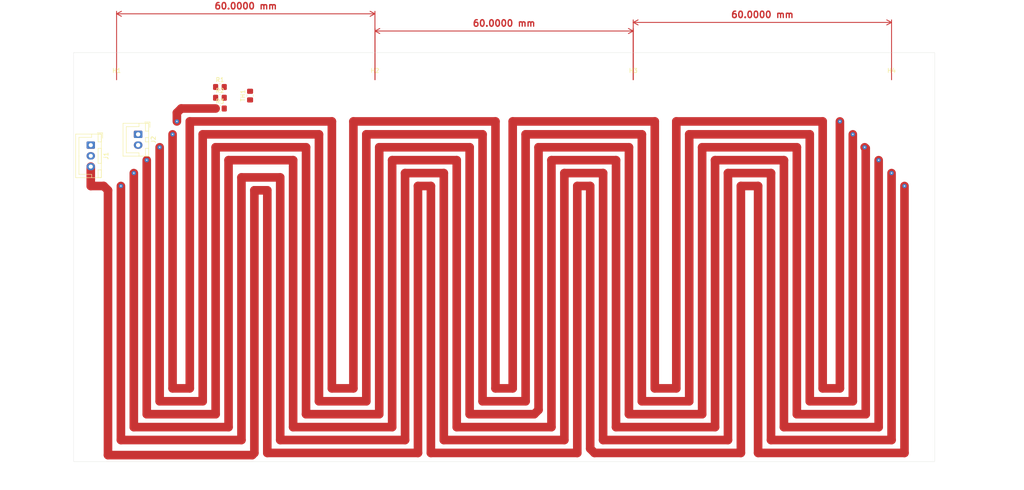
<source format=kicad_pcb>
(kicad_pcb (version 20240108) (generator "pcbnew") (generator_version "8.0")
  (title_block (title "Advanced Linear Motor") (date "2024-07-27") (rev "1") (company "enGYneer.at"))
  (layers (0 "F.Cu" signal) (1 "In1.Cu" signal) (2 "In2.Cu" signal) (3 "In3.Cu" signal) (4 "In4.Cu" signal) (31 "B.Cu" signal) (34 "B.Paste" user) (35 "F.Paste" user) (36 "B.SilkS" user "B.Silkscreen") (37 "F.SilkS" user "F.Silkscreen") (38 "B.Mask" user) (39 "F.Mask" user) (44 "Edge.Cuts" user))
  (net 0 "")
  (net 1 "Net-(J1-Pin_1)")
  (net 2 "Net-(J1-Pin_2)")
  (net 3 "Net-(J1-Pin_3)")
  (net 4 "Net-(J2-Pin_2)")
  (net 5 "Net-(J2-Pin_1)")
  (net 6 "Net-(R1-Pad2)")
  (footprint "Connector_JST:JST_XH_B2B-XH-A_1x02_P2.50mm_Vertical" (layer "F.Cu") (at 65 89 -90)
    (property "Reference" "J2" (at 1.25 -3.55 90) (layer "F.SilkS"))
    (property "Value" "Conn_01x02_Pin")
    (fp_line (start -2.56 3.51) (end 5.06 3.51) (stroke (width 0.12)) (layer "F.SilkS"))
    (fp_line (start 5.06 3.51) (end 5.06 -2.46) (stroke (width 0.12)) (layer "F.SilkS"))
    (fp_line (start -1.8 2.75) (end 1.25 2.75) (stroke (width 0.12)) (layer "F.SilkS"))
    (fp_line (start 4.3 2.75) (end 1.25 2.75) (stroke (width 0.12)) (layer "F.SilkS"))
    (fp_line (start -2.55 -0.2) (end -1.8 -0.2) (stroke (width 0.12)) (layer "F.SilkS"))
    (fp_line (start -1.8 -0.2) (end -1.8 2.75) (stroke (width 0.12)) (layer "F.SilkS"))
    (fp_line (start 4.3 -0.2) (end 4.3 2.75) (stroke (width 0.12)) (layer "F.SilkS"))
    (fp_line (start 5.05 -0.2) (end 4.3 -0.2) (stroke (width 0.12)) (layer "F.SilkS"))
    (fp_line (start -2.55 -1.7) (end -0.75 -1.7) (stroke (width 0.12)) (layer "F.SilkS"))
    (fp_line (start -0.75 -1.7) (end -0.75 -2.45) (stroke (width 0.12)) (layer "F.SilkS"))
    (fp_line (start 0.75 -1.7) (end 1.75 -1.7) (stroke (width 0.12)) (layer "F.SilkS"))
    (fp_line (start 1.75 -1.7) (end 1.75 -2.45) (stroke (width 0.12)) (layer "F.SilkS"))
    (fp_line (start 3.25 -1.7) (end 5.05 -1.7) (stroke (width 0.12)) (layer "F.SilkS"))
    (fp_line (start 5.05 -1.7) (end 5.05 -2.45) (stroke (width 0.12)) (layer "F.SilkS"))
    (fp_line (start -2.55 -2.45) (end -2.55 -1.7) (stroke (width 0.12)) (layer "F.SilkS"))
    (fp_line (start -0.75 -2.45) (end -2.55 -2.45) (stroke (width 0.12)) (layer "F.SilkS"))
    (fp_line (start 0.75 -2.45) (end 0.75 -1.7) (stroke (width 0.12)) (layer "F.SilkS"))
    (fp_line (start 1.75 -2.45) (end 0.75 -2.45) (stroke (width 0.12)) (layer "F.SilkS"))
    (fp_line (start 3.25 -2.45) (end 3.25 -1.7) (stroke (width 0.12)) (layer "F.SilkS"))
    (fp_line (start 5.05 -2.45) (end 3.25 -2.45) (stroke (width 0.12)) (layer "F.SilkS"))
    (fp_line (start -2.56 -2.46) (end -2.56 3.51) (stroke (width 0.12)) (layer "F.SilkS"))
    (fp_line (start 5.06 -2.46) (end -2.56 -2.46) (stroke (width 0.12)) (layer "F.SilkS"))
    (fp_line (start -2.85 -2.75) (end -2.85 -1.5) (stroke (width 0.12)) (layer "F.SilkS"))
    (fp_line (start -1.6 -2.75) (end -2.85 -2.75) (stroke (width 0.12)) (layer "F.SilkS"))
    (pad "1" thru_hole roundrect (at 0 0 270) (size 1.7 2) (drill 1) (layers "*.Cu" "*.Mask") (roundrect_rratio 0.147059) (net 5 "Net-(J2-Pin_1)"))
    (pad "2" thru_hole oval (at 2.5 0 270) (size 1.7 2) (drill 1) (layers "*.Cu" "*.Mask") (net 4 "Net-(J2-Pin_2)"))
  )
  (footprint "Resistor_SMD:R_0805_2012Metric_Pad1.20x1.40mm_HandSolder" (layer "F.Cu") (at 84 80.5)
    (property "Reference" "R2" (at 0 -1.65 0) (layer "F.SilkS"))
    (property "Value" "0R")
    (fp_line (start -0.227064 -0.735) (end 0.227064 -0.735) (stroke (width 0.12)) (layer "F.SilkS"))
    (fp_line (start -0.227064 0.735) (end 0.227064 0.735) (stroke (width 0.12)) (layer "F.SilkS"))
    (pad "1" smd roundrect (at -1 0) (size 1.2 1.4) (layers "F.Cu" "F.Paste" "F.Mask") (roundrect_rratio 0.208333) (net 2 "Net-(J1-Pin_2)"))
    (pad "2" smd roundrect (at 1 0) (size 1.2 1.4) (layers "F.Cu" "F.Paste" "F.Mask") (roundrect_rratio 0.208333) (net 6 "Net-(R1-Pad2)"))
  )
  (footprint "Connector_JST:JST_XH_B3B-XH-A_1x03_P2.50mm_Vertical" (layer "F.Cu") (at 54 91.5 -90)
    (property "Reference" "J1" (at 2.5 -3.55 90) (layer "F.SilkS"))
    (property "Value" "Conn_01x03_Pin")
    (fp_line (start -2.56 3.51) (end 7.56 3.51) (stroke (width 0.12)) (layer "F.SilkS"))
    (fp_line (start 7.56 3.51) (end 7.56 -2.46) (stroke (width 0.12)) (layer "F.SilkS"))
    (fp_line (start -1.8 2.75) (end 2.5 2.75) (stroke (width 0.12)) (layer "F.SilkS"))
    (fp_line (start 6.8 2.75) (end 2.5 2.75) (stroke (width 0.12)) (layer "F.SilkS"))
    (fp_line (start -2.55 -0.2) (end -1.8 -0.2) (stroke (width 0.12)) (layer "F.SilkS"))
    (fp_line (start -1.8 -0.2) (end -1.8 2.75) (stroke (width 0.12)) (layer "F.SilkS"))
    (fp_line (start 6.8 -0.2) (end 6.8 2.75) (stroke (width 0.12)) (layer "F.SilkS"))
    (fp_line (start 7.55 -0.2) (end 6.8 -0.2) (stroke (width 0.12)) (layer "F.SilkS"))
    (fp_line (start -2.55 -1.7) (end -0.75 -1.7) (stroke (width 0.12)) (layer "F.SilkS"))
    (fp_line (start -0.75 -1.7) (end -0.75 -2.45) (stroke (width 0.12)) (layer "F.SilkS"))
    (fp_line (start 0.75 -1.7) (end 4.25 -1.7) (stroke (width 0.12)) (layer "F.SilkS"))
    (fp_line (start 4.25 -1.7) (end 4.25 -2.45) (stroke (width 0.12)) (layer "F.SilkS"))
    (fp_line (start 5.75 -1.7) (end 7.55 -1.7) (stroke (width 0.12)) (layer "F.SilkS"))
    (fp_line (start 7.55 -1.7) (end 7.55 -2.45) (stroke (width 0.12)) (layer "F.SilkS"))
    (fp_line (start -2.55 -2.45) (end -2.55 -1.7) (stroke (width 0.12)) (layer "F.SilkS"))
    (fp_line (start -0.75 -2.45) (end -2.55 -2.45) (stroke (width 0.12)) (layer "F.SilkS"))
    (fp_line (start 0.75 -2.45) (end 0.75 -1.7) (stroke (width 0.12)) (layer "F.SilkS"))
    (fp_line (start 4.25 -2.45) (end 0.75 -2.45) (stroke (width 0.12)) (layer "F.SilkS"))
    (fp_line (start 5.75 -2.45) (end 5.75 -1.7) (stroke (width 0.12)) (layer "F.SilkS"))
    (fp_line (start 7.55 -2.45) (end 5.75 -2.45) (stroke (width 0.12)) (layer "F.SilkS"))
    (fp_line (start -2.56 -2.46) (end -2.56 3.51) (stroke (width 0.12)) (layer "F.SilkS"))
    (fp_line (start 7.56 -2.46) (end -2.56 -2.46) (stroke (width 0.12)) (layer "F.SilkS"))
    (fp_line (start -2.85 -2.75) (end -2.85 -1.5) (stroke (width 0.12)) (layer "F.SilkS"))
    (fp_line (start -1.6 -2.75) (end -2.85 -2.75) (stroke (width 0.12)) (layer "F.SilkS"))
    (pad "1" thru_hole roundrect (at 0 0 270) (size 1.7 1.95) (drill 0.95) (layers "*.Cu" "*.Mask") (roundrect_rratio 0.147059) (net 1 "Net-(J1-Pin_1)"))
    (pad "2" thru_hole oval (at 2.5 0 270) (size 1.7 1.95) (drill 0.95) (layers "*.Cu" "*.Mask") (net 2 "Net-(J1-Pin_2)"))
    (pad "3" thru_hole oval (at 5 0 270) (size 1.7 1.95) (drill 0.95) (layers "*.Cu" "*.Mask") (net 3 "Net-(J1-Pin_3)"))
  )
  (footprint "Resistor_SMD:R_0805_2012Metric_Pad1.20x1.40mm_HandSolder" (layer "F.Cu") (at 91 80 90)
    (property "Reference" "TH1" (at 0 -1.65 90) (layer "F.SilkS"))
    (property "Value" "Thermistor_NTC")
    (fp_line (start -0.227064 -0.735) (end 0.227064 -0.735) (stroke (width 0.12)) (layer "F.SilkS"))
    (fp_line (start -0.227064 0.735) (end 0.227064 0.735) (stroke (width 0.12)) (layer "F.SilkS"))
    (pad "1" smd roundrect (at -1 0 90) (size 1.2 1.4) (layers "F.Cu" "F.Paste" "F.Mask") (roundrect_rratio 0.208333) (net 5 "Net-(J2-Pin_1)"))
    (pad "2" smd roundrect (at 1 0 90) (size 1.2 1.4) (layers "F.Cu" "F.Paste" "F.Mask") (roundrect_rratio 0.208333) (net 4 "Net-(J2-Pin_2)"))
  )
  (footprint "MountingHole:MountingHole_3.2mm_M3_DIN965" (layer "F.Cu") (at 180 78)
    (property "Reference" "H3" (at 0 -3.8 0) (layer "F.SilkS"))
    (property "Value" "MountingHole")
    (pad "" np_thru_hole circle (at 0 0) (size 3.2 3.2) (drill 3.2) (layers "*.Cu" "*.Mask"))
  )
  (footprint "MountingHole:MountingHole_3.2mm_M3_DIN965" (layer "F.Cu") (at 120 78)
    (property "Reference" "H2" (at 0 -3.8 0) (layer "F.SilkS"))
    (property "Value" "MountingHole")
    (pad "" np_thru_hole circle (at 0 0) (size 3.2 3.2) (drill 3.2) (layers "*.Cu" "*.Mask"))
  )
  (footprint "MountingHole:MountingHole_3.2mm_M3_DIN965" (layer "F.Cu") (at 240 78)
    (property "Reference" "H4" (at 0 -3.8 0) (layer "F.SilkS"))
    (property "Value" "MountingHole")
    (pad "" np_thru_hole circle (at 0 0) (size 3.2 3.2) (drill 3.2) (layers "*.Cu" "*.Mask"))
  )
  (footprint "Resistor_SMD:R_0805_2012Metric_Pad1.20x1.40mm_HandSolder" (layer "F.Cu") (at 84 78)
    (property "Reference" "R1" (at 0 -1.65 0) (layer "F.SilkS"))
    (property "Value" "0R")
    (fp_line (start -0.227064 -0.735) (end 0.227064 -0.735) (stroke (width 0.12)) (layer "F.SilkS"))
    (fp_line (start -0.227064 0.735) (end 0.227064 0.735) (stroke (width 0.12)) (layer "F.SilkS"))
    (pad "1" smd roundrect (at -1 0) (size 1.2 1.4) (layers "F.Cu" "F.Paste" "F.Mask") (roundrect_rratio 0.208333) (net 1 "Net-(J1-Pin_1)"))
    (pad "2" smd roundrect (at 1 0) (size 1.2 1.4) (layers "F.Cu" "F.Paste" "F.Mask") (roundrect_rratio 0.208333) (net 6 "Net-(R1-Pad2)"))
  )
  (footprint "Resistor_SMD:R_0805_2012Metric_Pad1.20x1.40mm_HandSolder" (layer "F.Cu") (at 84 83)
    (property "Reference" "R3" (at 0 -1.65 0) (layer "F.SilkS"))
    (property "Value" "0R")
    (fp_line (start -0.227064 -0.735) (end 0.227064 -0.735) (stroke (width 0.12)) (layer "F.SilkS"))
    (fp_line (start -0.227064 0.735) (end 0.227064 0.735) (stroke (width 0.12)) (layer "F.SilkS"))
    (pad "1" smd roundrect (at -1 0) (size 1.2 1.4) (layers "F.Cu" "F.Paste" "F.Mask") (roundrect_rratio 0.208333) (net 3 "Net-(J1-Pin_3)"))
    (pad "2" smd roundrect (at 1 0) (size 1.2 1.4) (layers "F.Cu" "F.Paste" "F.Mask") (roundrect_rratio 0.208333) (net 6 "Net-(R1-Pad2)"))
  )
  (footprint "MountingHole:MountingHole_3.2mm_M3_DIN965" (layer "F.Cu") (at 60 78)
    (property "Reference" "H1" (at 0 -3.8 0) (layer "F.SilkS"))
    (property "Value" "MountingHole")
    (pad "" np_thru_hole circle (at 0 0) (size 3.2 3.2) (drill 3.2) (layers "*.Cu" "*.Mask"))
  )
  (gr_rect (start 50 70) (end 250 165) (stroke (width 0.05)) (fill none) (layer "Edge.Cuts"))
  (dimension (type aligned) (layer "F.Cu") (pts (xy 180 78) (xy 120 78)) (height 13) (gr_text "60,0000 mm" (at 150 63.2 0) (layer "F.Cu") (effects (font (size 1.5 1.5) (thickness 0.3)))) (format (prefix "") (suffix "") (units 3) (units_format 1) (precision 4)) (style (thickness 0.2) (arrow_length 1.27) (text_position_mode 0) (extension_height 0.58642) (extension_offset 0.5) keep_text_aligned))
  (dimension (type aligned) (layer "F.Cu") (pts (xy 240 78) (xy 180 78)) (height 14.999999) (gr_text "60,0000 mm" (at 210 61.200001 0) (layer "F.Cu") (effects (font (size 1.5 1.5) (thickness 0.3)))) (format (prefix "") (suffix "") (units 3) (units_format 1) (precision 4)) (style (thickness 0.2) (arrow_length 1.27) (text_position_mode 0) (extension_height 0.58642) (extension_offset 0.5) keep_text_aligned))
  (dimension (type aligned) (layer "F.Cu") (pts (xy 60 78) (xy 120 78)) (height -17) (gr_text "60,0000 mm" (at 90 59.2 0) (layer "F.Cu") (effects (font (size 1.5 1.5) (thickness 0.3)))) (format (prefix "") (suffix "") (units 3) (units_format 1) (precision 4)) (style (thickness 0.2) (arrow_length 1.27) (text_position_mode 0) (extension_height 0.58642) (extension_offset 0.5) keep_text_aligned))
  (segment (start 110 86) (end 110 148) (width 2) (layer "F.Cu") (net 3))
  (segment (start 110 148) (end 115 148) (width 2) (layer "F.Cu") (net 3))
  (segment (start 77 148) (end 77 86) (width 2) (layer "F.Cu") (net 3))
  (segment (start 173 160) (end 173 98) (width 2) (layer "F.Cu") (net 3))
  (segment (start 124 95) (end 124 157) (width 2) (layer "F.Cu") (net 3))
  (segment (start 233.75 92) (end 234 92.25) (width 2) (layer "F.Cu") (net 3))
  (segment (start 221 151) (end 221 89) (width 2) (layer "F.Cu") (net 3))
  (segment (start 104 92) (end 83 92) (width 2) (layer "F.Cu") (net 3))
  (segment (start 185 148) (end 190 148) (width 2) (layer "F.Cu") (net 3))
  (segment (start 118 151) (end 107 151) (width 2) (layer "F.Cu") (net 3))
  (segment (start 234 154) (end 218 154) (width 2) (layer "F.Cu") (net 3))
  (segment (start 83 92) (end 83 154) (width 2) (layer "F.Cu") (net 3))
  (segment (start 133 163) (end 133 101) (width 2) (layer "F.Cu") (net 3))
  (segment (start 243 163) (end 209 163) (width 2) (layer "F.Cu") (net 3))
  (segment (start 158 92) (end 158 153) (width 2) (layer "F.Cu") (net 3))
  (segment (start 142 92) (end 121 92) (width 2) (layer "F.Cu") (net 3))
  (segment (start 228 148) (end 228 86) (width 2) (layer "F.Cu") (net 3))
  (segment (start 118 89) (end 118 151) (width 2) (layer "F.Cu") (net 3))
  (segment (start 221 89) (end 193 89) (width 2) (layer "F.Cu") (net 3))
  (segment (start 130 163) (end 95 163) (width 2) (layer "F.Cu") (net 3))
  (segment (start 91.5 163.5) (end 58 163.5) (width 2) (layer "F.Cu") (net 3))
  (segment (start 155 151) (end 145 151) (width 2) (layer "F.Cu") (net 3))
  (segment (start 215 95) (end 199 95) (width 2) (layer "F.Cu") (net 3))
  (segment (start 74 86) (end 74 84) (width 2) (layer "F.Cu") (net 3))
  (segment (start 75 83) (end 74 84) (width 2) (layer "F.Cu") (net 3))
  (segment (start 202 160) (end 173 160) (width 2) (layer "F.Cu") (net 3))
  (segment (start 98 160) (end 98 99) (width 2) (layer "F.Cu") (net 3))
  (segment (start 136 98) (end 127 98) (width 2) (layer "F.Cu") (net 3))
  (segment (start 115 148) (end 115 86) (width 2) (layer "F.Cu") (net 3))
  (segment (start 196 154) (end 179 154) (width 2) (layer "F.Cu") (net 3))
  (segment (start 182 151) (end 182 89) (width 2) (layer "F.Cu") (net 3))
  (segment (start 234 92.25) (end 234 154) (width 2) (layer "F.Cu") (net 3))
  (segment (start 231 151) (end 221 151) (width 2) (layer "F.Cu") (net 3))
  (segment (start 209 101) (end 205 101) (width 2) (layer "F.Cu") (net 3))
  (segment (start 115 86) (end 148 86) (width 2) (layer "F.Cu") (net 3))
  (segment (start 133 101) (end 130 101) (width 2) (layer "F.Cu") (net 3))
  (segment (start 190 86) (end 224 86) (width 2) (layer "F.Cu") (net 3))
  (segment (start 161 95) (end 161 157) (width 2) (layer "F.Cu") (net 3))
  (segment (start 171 163) (end 170 162) (width 2) (layer "F.Cu") (net 3))
  (segment (start 142 154) (end 142 92) (width 2) (layer "F.Cu") (net 3))
  (segment (start 127 160) (end 98 160) (width 2) (layer "F.Cu") (net 3))
  (segment (start 212 160) (end 212 98) (width 2) (layer "F.Cu") (net 3))
  (segment (start 73 148) (end 77 148) (width 2) (layer "F.Cu") (net 3))
  (segment (start 101 95) (end 86 95) (width 2) (layer "F.Cu") (net 3))
  (segment (start 107 89) (end 80 89) (width 2) (layer "F.Cu") (net 3))
  (segment (start 83 154) (end 67 154) (width 2) (layer "F.Cu") (net 3))
  (segment (start 193 151) (end 182 151) (width 2) (layer "F.Cu") (net 3))
  (segment (start 199 157) (end 176 157) (width 2) (layer "F.Cu") (net 3))
  (segment (start 89 99) (end 89 160) (width 2) (layer "F.Cu") (net 3))
  (segment (start 167 163) (end 133 163) (width 2) (layer "F.Cu") (net 3))
  (segment (start 161 157) (end 139 157) (width 2) (layer "F.Cu") (net 3))
  (segment (start 95 102) (end 92 102) (width 2) (layer "F.Cu") (net 3))
  (segment (start 145 151) (end 145 89) (width 2) (layer "F.Cu") (net 3))
  (segment (start 179 92) (end 158 92) (width 2) (layer "F.Cu") (net 3))
  (segment (start 173 98) (end 164 98) (width 2) (layer "F.Cu") (net 3))
  (segment (start 167 101) (end 167 163) (width 2) (layer "F.Cu") (net 3))
  (segment (start 196 92) (end 196 154) (width 2) (layer "F.Cu") (net 3))
  (segment (start 54 101) (end 54 96.5) (width 2) (layer "F.Cu") (net 3))
  (segment (start 145 89) (end 118 89) (width 2) (layer "F.Cu") (net 3))
  (segment (start 73 89) (end 73 148) (width 2) (layer "F.Cu") (net 3))
  (segment (start 57 101) (end 54 101) (width 2) (layer "F.Cu") (net 3))
  (segment (start 231 89) (end 231 151) (width 2) (layer "F.Cu") (net 3))
  (segment (start 92 163) (end 91.5 163.5) (width 2) (layer "F.Cu") (net 3))
  (segment (start 127 98) (end 127 160) (width 2) (layer "F.Cu") (net 3))
  (segment (start 170 162) (end 170 101) (width 2) (layer "F.Cu") (net 3))
  (segment (start 190 148) (end 190 86) (width 2) (layer "F.Cu") (net 3))
  (segment (start 158 153) (end 157 154) (width 2) (layer "F.Cu") (net 3))
  (segment (start 101 157) (end 101 95) (width 2) (layer "F.Cu") (net 3))
  (segment (start 124 157) (end 101 157) (width 2) (layer "F.Cu") (net 3))
  (segment (start 240 160) (end 212 160) (width 2) (layer "F.Cu") (net 3))
  (segment (start 205 101) (end 205 163) (width 2) (layer "F.Cu") (net 3))
  (segment (start 152 148) (end 152 86) (width 2) (layer "F.Cu") (net 3))
  (segment (start 83 83) (end 75 83) (width 2) (layer "F.Cu") (net 3))
  (segment (start 64 157) (end 64 98) (width 2) (layer "F.Cu") (net 3))
  (segment (start 176 157) (end 176 95) (width 2) (layer "F.Cu") (net 3))
  (segment (start 176 95) (end 161 95) (width 2) (layer "F.Cu") (net 3))
  (segment (start 164 98) (end 164 160) (width 2) (layer "F.Cu") (net 3))
  (segment (start 58 163.5) (end 58 102) (width 2) (layer "F.Cu") (net 3))
  (segment (start 70 151) (end 70 92) (width 2) (layer "F.Cu") (net 3))
  (segment (start 86 157) (end 64 157) (width 2) (layer "F.Cu") (net 3))
  (segment (start 58 102) (end 57 101) (width 2) (layer "F.Cu") (net 3))
  (segment (start 199 95) (end 199 157) (width 2) (layer "F.Cu") (net 3))
  (segment (start 224 148) (end 228 148) (width 2) (layer "F.Cu") (net 3))
  (segment (start 89 160) (end 61 160) (width 2) (layer "F.Cu") (net 3))
  (segment (start 179 154) (end 179 92) (width 2) (layer "F.Cu") (net 3))
  (segment (start 107 151) (end 107 89) (width 2) (layer "F.Cu") (net 3))
  (segment (start 240 98) (end 240 160) (width 2) (layer "F.Cu") (net 3))
  (segment (start 92 102) (end 92 163) (width 2) (layer "F.Cu") (net 3))
  (segment (start 164 160) (end 136 160) (width 2) (layer "F.Cu") (net 3))
  (segment (start 237 157) (end 215 157) (width 2) (layer "F.Cu") (net 3))
  (segment (start 215 157) (end 215 95) (width 2) (layer "F.Cu") (net 3))
  (segment (start 155 89) (end 155 151) (width 2) (layer "F.Cu") (net 3))
  (segment (start 148 148) (end 152 148) (width 2) (layer "F.Cu") (net 3))
  (segment (start 224 86) (end 224 148) (width 2) (layer "F.Cu") (net 3))
  (segment (start 98 99) (end 89 99) (width 2) (layer "F.Cu") (net 3))
  (segment (start 148 86) (end 148 148) (width 2) (layer "F.Cu") (net 3))
  (segment (start 218 92) (end 196 92) (width 2) (layer "F.Cu") (net 3))
  (segment (start 170 101) (end 167 101) (width 2) (layer "F.Cu") (net 3))
  (segment (start 95 163) (end 95 102) (width 2) (layer "F.Cu") (net 3))
  (segment (start 80 89) (end 80 151) (width 2) (layer "F.Cu") (net 3))
  (segment (start 139 95) (end 124 95) (width 2) (layer "F.Cu") (net 3))
  (segment (start 209 163) (end 209 101) (width 2) (layer "F.Cu") (net 3))
  (segment (start 67 154) (end 67 95) (width 2) (layer "F.Cu") (net 3))
  (segment (start 218 154) (end 218 92) (width 2) (layer "F.Cu") (net 3))
  (segment (start 157 154) (end 142 154) (width 2) (layer "F.Cu") (net 3))
  (segment (start 61 160) (end 61 101) (width 2) (layer "F.Cu") (net 3))
  (segment (start 77 86) (end 110 86) (width 2) (layer "F.Cu") (net 3))
  (segment (start 212 98) (end 202 98) (width 2) (layer "F.Cu") (net 3))
  (segment (start 139 157) (end 139 95) (width 2) (layer "F.Cu") (net 3))
  (segment (start 80 151) (end 70 151) (width 2) (layer "F.Cu") (net 3))
  (segment (start 104 154) (end 104 92) (width 2) (layer "F.Cu") (net 3))
  (segment (start 136 160) (end 136 98) (width 2) (layer "F.Cu") (net 3))
  (segment (start 185 86) (end 185 148) (width 2) (layer "F.Cu") (net 3))
  (segment (start 237 95) (end 237 157) (width 2) (layer "F.Cu") (net 3))
  (segment (start 202 98) (end 202 160) (width 2) (layer "F.Cu") (net 3))
  (segment (start 193 89) (end 193 151) (width 2) (layer "F.Cu") (net 3))
  (segment (start 243 101) (end 243 163) (width 2) (layer "F.Cu") (net 3))
  (segment (start 205 163) (end 171 163) (width 2) (layer "F.Cu") (net 3))
  (segment (start 130 101) (end 130 163) (width 2) (layer "F.Cu") (net 3))
  (segment (start 86 95) (end 86 157) (width 2) (layer "F.Cu") (net 3))
  (segment (start 152 86) (end 185 86) (width 2) (layer "F.Cu") (net 3))
  (segment (start 121 154) (end 104 154) (width 2) (layer "F.Cu") (net 3))
  (segment (start 121 92) (end 121 154) (width 2) (layer "F.Cu") (net 3))
  (segment (start 182 89) (end 155 89) (width 2) (layer "F.Cu") (net 3))
  (via (at 67 95) (size 1) (drill 0.3) (layers "F.Cu" "B.Cu") (net 3))
  (via (at 74 86) (size 1) (drill 0.3) (layers "F.Cu" "B.Cu") (net 3))
  (via (at 243 101) (size 1) (drill 0.3) (layers "F.Cu" "B.Cu") (net 3))
  (via (at 231 89) (size 1) (drill 0.3) (layers "F.Cu" "B.Cu") (net 3))
  (via (at 233.75 92) (size 1) (drill 0.3) (layers "F.Cu" "B.Cu") (net 3))
  (via (at 237 95) (size 1) (drill 0.3) (layers "F.Cu" "B.Cu") (net 3))
  (via (at 70 92) (size 1) (drill 0.3) (layers "F.Cu" "B.Cu") (net 3))
  (via (at 228 86) (size 1) (drill 0.3) (layers "F.Cu" "B.Cu") (net 3))
  (via (at 64 98) (size 1) (drill 0.3) (layers "F.Cu" "B.Cu") (net 3))
  (via (at 240 98) (size 1) (drill 0.3) (layers "F.Cu" "B.Cu") (net 3))
  (via (at 73 89) (size 1) (drill 0.3) (layers "F.Cu" "B.Cu") (net 3))
  (via (at 61 101) (size 1) (drill 0.3) (layers "F.Cu" "B.Cu") (net 3))
)
</source>
